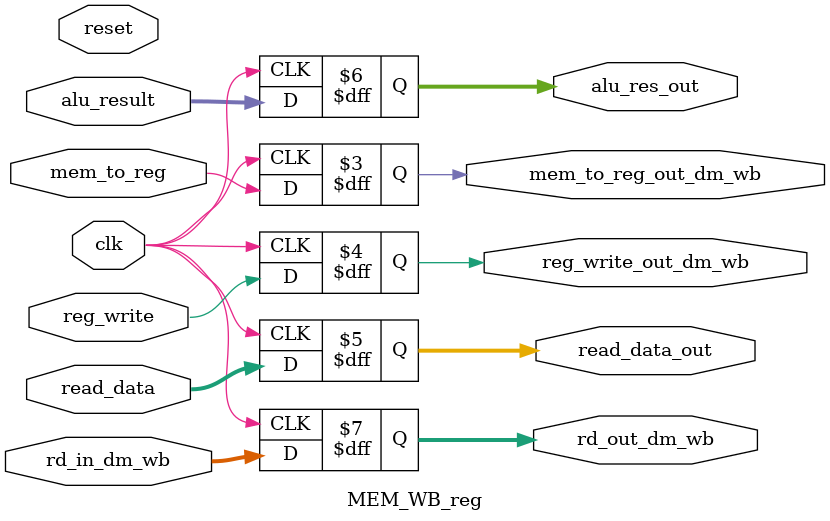
<source format=v>
module MEM_WB_reg(mem_to_reg, reg_write, rd_in_dm_wb, alu_result, clk, read_data, mem_to_reg_out_dm_wb, reg_write_out_dm_wb, read_data_out, alu_res_out,reset, rd_out_dm_wb);

  input clk, reset;
  input wire [4:0] rd_in_dm_wb;
  input mem_to_reg, reg_write;
  // input [4:0] write_reg;
  input [31:0] alu_result, read_data;
  output reg mem_to_reg_out_dm_wb, reg_write_out_dm_wb;
  output reg [31:0] read_data_out,alu_res_out;
  output reg [4:0] rd_out_dm_wb;
  // output reg [4:0] write_reg_out;
  reg flag_dm_wb;
  always @(posedge reset)
    begin
      flag_dm_wb = 1'b1;
    end
  always@(negedge clk)
    begin
      // reg_write_out<=reg_write;
      rd_out_dm_wb <= rd_in_dm_wb;
      mem_to_reg_out_dm_wb <= mem_to_reg;
      reg_write_out_dm_wb <= reg_write;
      read_data_out <= read_data;
      alu_res_out <= alu_result;
      // write_reg_out<=write_reg;

    end

// always@(posedge clk)
//   $display("DM_WB", alu_res_out, " ", rd_out_dm_wb);

endmodule
</source>
